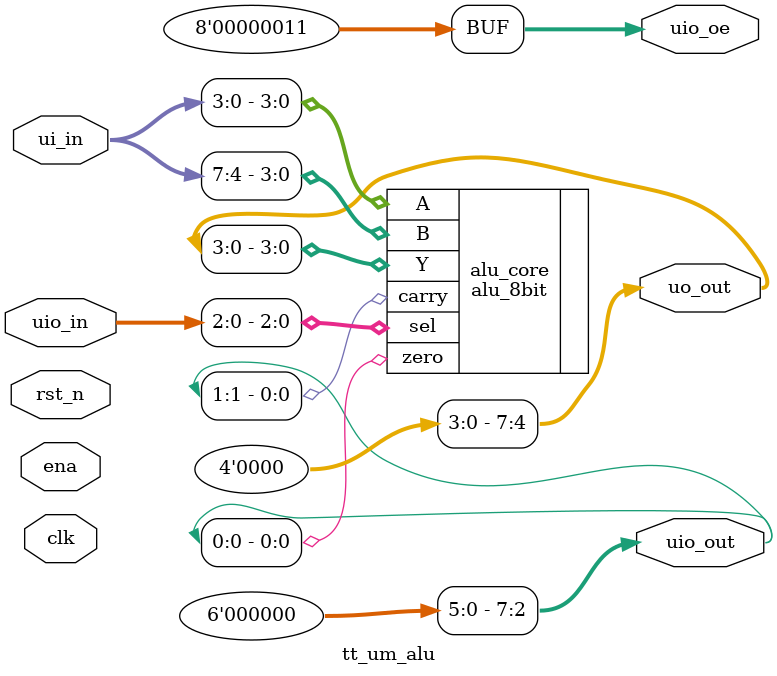
<source format=v>
`default_nettype none

module tt_um_alu (
    input wire [7:0] ui_in,     // Entradas: A[3:0] = ui_in[3:0], B[3:0] = ui_in[7:4]
    output reg [7:0] uo_out,     // Resultado
    input wire [7:0] uio_in,     // Selector: sel[2:0] = uio_in[2:0]
    output wire [7:0] uio_out,    // Banderas (bit 0: zero, bit 1: carry)
    output wire [7:0] uio_oe,     // Configuración I/O
    input wire ena,               // Habilitación
    input wire clk,               // Reloj
    input wire rst_n              // Reset
);

    // Instancia del módulo ALU
    alu_8bit alu_core (
        .A(ui_in[3:0]),
        .B(ui_in[7:4]),
        .sel(uio_in[2:0]),
        .Y(uo_out[3:0]),
        .zero(uio_out[0]),
        .carry(uio_out[1])
    );

    // Bits no utilizados
    assign uo_out[7:4] = 4'b0;
    assign uio_out[7:2] = 6'b0;
    assign uio_oe = 8'b00000011;  // Solo bits 0-1 como salidas
endmodule

</source>
